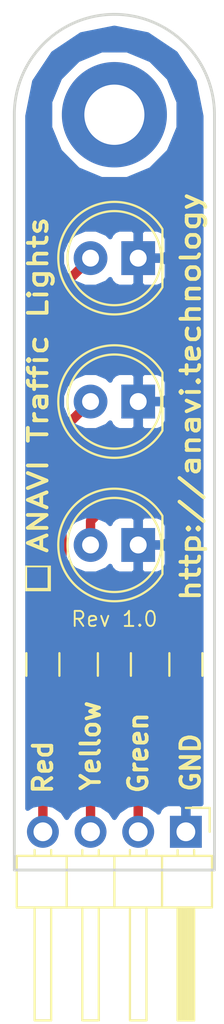
<source format=kicad_pcb>
(kicad_pcb (version 4) (host pcbnew 4.0.6+dfsg1-1)

  (general
    (links 9)
    (no_connects 0)
    (area 134.121714 57.404 163.058286 112.079001)
    (thickness 1.6)
    (drawings 12)
    (tracks 16)
    (zones 0)
    (modules 9)
    (nets 8)
  )

  (page A4)
  (layers
    (0 F.Cu signal)
    (31 B.Cu signal)
    (32 B.Adhes user)
    (33 F.Adhes user)
    (34 B.Paste user)
    (35 F.Paste user)
    (36 B.SilkS user)
    (37 F.SilkS user)
    (38 B.Mask user)
    (39 F.Mask user)
    (40 Dwgs.User user)
    (41 Cmts.User user)
    (42 Eco1.User user)
    (43 Eco2.User user)
    (44 Edge.Cuts user)
    (45 Margin user)
    (46 B.CrtYd user)
    (47 F.CrtYd user)
    (48 B.Fab user)
    (49 F.Fab user)
  )

  (setup
    (last_trace_width 0.5)
    (trace_clearance 0.254)
    (zone_clearance 0.508)
    (zone_45_only no)
    (trace_min 0.2)
    (segment_width 0.2)
    (edge_width 0.15)
    (via_size 0.85)
    (via_drill 0.4)
    (via_min_size 0.4)
    (via_min_drill 0.3)
    (uvia_size 0.35)
    (uvia_drill 0.1)
    (uvias_allowed no)
    (uvia_min_size 0.2)
    (uvia_min_drill 0.1)
    (pcb_text_width 0.3)
    (pcb_text_size 1.5 1.5)
    (mod_edge_width 0.15)
    (mod_text_size 1 1)
    (mod_text_width 0.15)
    (pad_size 1.524 1.524)
    (pad_drill 0.762)
    (pad_to_mask_clearance 0.2)
    (aux_axis_origin 0 0)
    (visible_elements FFFFFF7F)
    (pcbplotparams
      (layerselection 0x010f0_80000001)
      (usegerberextensions true)
      (excludeedgelayer true)
      (linewidth 1.000000)
      (plotframeref false)
      (viasonmask false)
      (mode 1)
      (useauxorigin false)
      (hpglpennumber 1)
      (hpglpenspeed 20)
      (hpglpendiameter 15)
      (hpglpenoverlay 2)
      (psnegative false)
      (psa4output false)
      (plotreference true)
      (plotvalue true)
      (plotinvisibletext false)
      (padsonsilk false)
      (subtractmaskfromsilk false)
      (outputformat 1)
      (mirror false)
      (drillshape 0)
      (scaleselection 1)
      (outputdirectory plots/))
  )

  (net 0 "")
  (net 1 GND)
  (net 2 "Net-(D1-Pad2)")
  (net 3 "Net-(D2-Pad2)")
  (net 4 "Net-(D3-Pad2)")
  (net 5 "Net-(J1-Pad2)")
  (net 6 "Net-(J1-Pad3)")
  (net 7 "Net-(J1-Pad4)")

  (net_class Default "This is the default net class."
    (clearance 0.254)
    (trace_width 0.5)
    (via_dia 0.85)
    (via_drill 0.4)
    (uvia_dia 0.35)
    (uvia_drill 0.1)
    (add_net GND)
    (add_net "Net-(D1-Pad2)")
    (add_net "Net-(D2-Pad2)")
    (add_net "Net-(D3-Pad2)")
    (add_net "Net-(J1-Pad2)")
    (add_net "Net-(J1-Pad3)")
    (add_net "Net-(J1-Pad4)")
  )

  (module LEDs:LED_D5.0mm (layer F.Cu) (tedit 5B13E2BA) (tstamp 5B16956F)
    (at 149.86 78.74 180)
    (descr "LED, diameter 5.0mm, 2 pins, http://cdn-reichelt.de/documents/datenblatt/A500/LL-504BC2E-009.pdf")
    (tags "LED diameter 5.0mm 2 pins")
    (path /5B13D81A)
    (fp_text reference D2 (at 1.27 -3.96 180) (layer F.SilkS) hide
      (effects (font (size 1 1) (thickness 0.15)))
    )
    (fp_text value LED (at 1.27 3.96 180) (layer F.Fab)
      (effects (font (size 1 1) (thickness 0.15)))
    )
    (fp_arc (start 1.27 0) (end -1.23 -1.469694) (angle 299.1) (layer F.Fab) (width 0.1))
    (fp_arc (start 1.27 0) (end -1.29 -1.54483) (angle 148.9) (layer F.SilkS) (width 0.12))
    (fp_arc (start 1.27 0) (end -1.29 1.54483) (angle -148.9) (layer F.SilkS) (width 0.12))
    (fp_circle (center 1.27 0) (end 3.77 0) (layer F.Fab) (width 0.1))
    (fp_circle (center 1.27 0) (end 3.77 0) (layer F.SilkS) (width 0.12))
    (fp_line (start -1.23 -1.469694) (end -1.23 1.469694) (layer F.Fab) (width 0.1))
    (fp_line (start -1.29 -1.545) (end -1.29 1.545) (layer F.SilkS) (width 0.12))
    (fp_line (start -1.95 -3.25) (end -1.95 3.25) (layer F.CrtYd) (width 0.05))
    (fp_line (start -1.95 3.25) (end 4.5 3.25) (layer F.CrtYd) (width 0.05))
    (fp_line (start 4.5 3.25) (end 4.5 -3.25) (layer F.CrtYd) (width 0.05))
    (fp_line (start 4.5 -3.25) (end -1.95 -3.25) (layer F.CrtYd) (width 0.05))
    (pad 1 thru_hole rect (at 0 0 180) (size 1.8 1.8) (drill 0.9) (layers *.Cu *.Mask)
      (net 1 GND))
    (pad 2 thru_hole circle (at 2.54 0 180) (size 1.8 1.8) (drill 0.9) (layers *.Cu *.Mask)
      (net 3 "Net-(D2-Pad2)"))
    (model LEDs.3dshapes/LED_D5.0mm.wrl
      (at (xyz 0 0 0))
      (scale (xyz 0.393701 0.393701 0.393701))
      (rotate (xyz 0 0 0))
    )
  )

  (module LEDs:LED_D5.0mm (layer F.Cu) (tedit 5B13E2BD) (tstamp 5B16955E)
    (at 149.86 71.12 180)
    (descr "LED, diameter 5.0mm, 2 pins, http://cdn-reichelt.de/documents/datenblatt/A500/LL-504BC2E-009.pdf")
    (tags "LED diameter 5.0mm 2 pins")
    (path /5B13D7D1)
    (fp_text reference D1 (at 1.27 -3.96 180) (layer F.SilkS) hide
      (effects (font (size 1 1) (thickness 0.15)))
    )
    (fp_text value LED (at 1.27 3.96 180) (layer F.Fab)
      (effects (font (size 1 1) (thickness 0.15)))
    )
    (fp_arc (start 1.27 0) (end -1.23 -1.469694) (angle 299.1) (layer F.Fab) (width 0.1))
    (fp_arc (start 1.27 0) (end -1.29 -1.54483) (angle 148.9) (layer F.SilkS) (width 0.12))
    (fp_arc (start 1.27 0) (end -1.29 1.54483) (angle -148.9) (layer F.SilkS) (width 0.12))
    (fp_circle (center 1.27 0) (end 3.77 0) (layer F.Fab) (width 0.1))
    (fp_circle (center 1.27 0) (end 3.77 0) (layer F.SilkS) (width 0.12))
    (fp_line (start -1.23 -1.469694) (end -1.23 1.469694) (layer F.Fab) (width 0.1))
    (fp_line (start -1.29 -1.545) (end -1.29 1.545) (layer F.SilkS) (width 0.12))
    (fp_line (start -1.95 -3.25) (end -1.95 3.25) (layer F.CrtYd) (width 0.05))
    (fp_line (start -1.95 3.25) (end 4.5 3.25) (layer F.CrtYd) (width 0.05))
    (fp_line (start 4.5 3.25) (end 4.5 -3.25) (layer F.CrtYd) (width 0.05))
    (fp_line (start 4.5 -3.25) (end -1.95 -3.25) (layer F.CrtYd) (width 0.05))
    (pad 1 thru_hole rect (at 0 0 180) (size 1.8 1.8) (drill 0.9) (layers *.Cu *.Mask)
      (net 1 GND))
    (pad 2 thru_hole circle (at 2.54 0 180) (size 1.8 1.8) (drill 0.9) (layers *.Cu *.Mask)
      (net 2 "Net-(D1-Pad2)"))
    (model LEDs.3dshapes/LED_D5.0mm.wrl
      (at (xyz 0 0 0))
      (scale (xyz 0.393701 0.393701 0.393701))
      (rotate (xyz 0 0 0))
    )
  )

  (module LEDs:LED_D5.0mm (layer F.Cu) (tedit 5B13E2B6) (tstamp 5B169580)
    (at 149.86 86.36 180)
    (descr "LED, diameter 5.0mm, 2 pins, http://cdn-reichelt.de/documents/datenblatt/A500/LL-504BC2E-009.pdf")
    (tags "LED diameter 5.0mm 2 pins")
    (path /5B13D84F)
    (fp_text reference D3 (at 1.27 -3.96 180) (layer F.SilkS) hide
      (effects (font (size 1 1) (thickness 0.15)))
    )
    (fp_text value LED (at 1.27 3.96 180) (layer F.Fab)
      (effects (font (size 1 1) (thickness 0.15)))
    )
    (fp_arc (start 1.27 0) (end -1.23 -1.469694) (angle 299.1) (layer F.Fab) (width 0.1))
    (fp_arc (start 1.27 0) (end -1.29 -1.54483) (angle 148.9) (layer F.SilkS) (width 0.12))
    (fp_arc (start 1.27 0) (end -1.29 1.54483) (angle -148.9) (layer F.SilkS) (width 0.12))
    (fp_circle (center 1.27 0) (end 3.77 0) (layer F.Fab) (width 0.1))
    (fp_circle (center 1.27 0) (end 3.77 0) (layer F.SilkS) (width 0.12))
    (fp_line (start -1.23 -1.469694) (end -1.23 1.469694) (layer F.Fab) (width 0.1))
    (fp_line (start -1.29 -1.545) (end -1.29 1.545) (layer F.SilkS) (width 0.12))
    (fp_line (start -1.95 -3.25) (end -1.95 3.25) (layer F.CrtYd) (width 0.05))
    (fp_line (start -1.95 3.25) (end 4.5 3.25) (layer F.CrtYd) (width 0.05))
    (fp_line (start 4.5 3.25) (end 4.5 -3.25) (layer F.CrtYd) (width 0.05))
    (fp_line (start 4.5 -3.25) (end -1.95 -3.25) (layer F.CrtYd) (width 0.05))
    (pad 1 thru_hole rect (at 0 0 180) (size 1.8 1.8) (drill 0.9) (layers *.Cu *.Mask)
      (net 1 GND))
    (pad 2 thru_hole circle (at 2.54 0 180) (size 1.8 1.8) (drill 0.9) (layers *.Cu *.Mask)
      (net 4 "Net-(D3-Pad2)"))
    (model LEDs.3dshapes/LED_D5.0mm.wrl
      (at (xyz 0 0 0))
      (scale (xyz 0.393701 0.393701 0.393701))
      (rotate (xyz 0 0 0))
    )
  )

  (module Pin_Headers:Pin_Header_Angled_1x04_Pitch2.54mm (layer F.Cu) (tedit 5B13E3B5) (tstamp 5B1695DD)
    (at 152.4 101.6 270)
    (descr "Through hole angled pin header, 1x04, 2.54mm pitch, 6mm pin length, single row")
    (tags "Through hole angled pin header THT 1x04 2.54mm single row")
    (path /5B13D8AA)
    (fp_text reference J1 (at 4.315 -2.27 270) (layer F.SilkS) hide
      (effects (font (size 1 1) (thickness 0.15)))
    )
    (fp_text value CONN_01X04 (at 4.315 9.89 270) (layer F.Fab) hide
      (effects (font (size 1 1) (thickness 0.15)))
    )
    (fp_line (start 1.4 -1.27) (end 1.4 1.27) (layer F.Fab) (width 0.1))
    (fp_line (start 1.4 1.27) (end 3.9 1.27) (layer F.Fab) (width 0.1))
    (fp_line (start 3.9 1.27) (end 3.9 -1.27) (layer F.Fab) (width 0.1))
    (fp_line (start 3.9 -1.27) (end 1.4 -1.27) (layer F.Fab) (width 0.1))
    (fp_line (start 0 -0.32) (end 0 0.32) (layer F.Fab) (width 0.1))
    (fp_line (start 0 0.32) (end 9.9 0.32) (layer F.Fab) (width 0.1))
    (fp_line (start 9.9 0.32) (end 9.9 -0.32) (layer F.Fab) (width 0.1))
    (fp_line (start 9.9 -0.32) (end 0 -0.32) (layer F.Fab) (width 0.1))
    (fp_line (start 1.4 1.27) (end 1.4 3.81) (layer F.Fab) (width 0.1))
    (fp_line (start 1.4 3.81) (end 3.9 3.81) (layer F.Fab) (width 0.1))
    (fp_line (start 3.9 3.81) (end 3.9 1.27) (layer F.Fab) (width 0.1))
    (fp_line (start 3.9 1.27) (end 1.4 1.27) (layer F.Fab) (width 0.1))
    (fp_line (start 0 2.22) (end 0 2.86) (layer F.Fab) (width 0.1))
    (fp_line (start 0 2.86) (end 9.9 2.86) (layer F.Fab) (width 0.1))
    (fp_line (start 9.9 2.86) (end 9.9 2.22) (layer F.Fab) (width 0.1))
    (fp_line (start 9.9 2.22) (end 0 2.22) (layer F.Fab) (width 0.1))
    (fp_line (start 1.4 3.81) (end 1.4 6.35) (layer F.Fab) (width 0.1))
    (fp_line (start 1.4 6.35) (end 3.9 6.35) (layer F.Fab) (width 0.1))
    (fp_line (start 3.9 6.35) (end 3.9 3.81) (layer F.Fab) (width 0.1))
    (fp_line (start 3.9 3.81) (end 1.4 3.81) (layer F.Fab) (width 0.1))
    (fp_line (start 0 4.76) (end 0 5.4) (layer F.Fab) (width 0.1))
    (fp_line (start 0 5.4) (end 9.9 5.4) (layer F.Fab) (width 0.1))
    (fp_line (start 9.9 5.4) (end 9.9 4.76) (layer F.Fab) (width 0.1))
    (fp_line (start 9.9 4.76) (end 0 4.76) (layer F.Fab) (width 0.1))
    (fp_line (start 1.4 6.35) (end 1.4 8.89) (layer F.Fab) (width 0.1))
    (fp_line (start 1.4 8.89) (end 3.9 8.89) (layer F.Fab) (width 0.1))
    (fp_line (start 3.9 8.89) (end 3.9 6.35) (layer F.Fab) (width 0.1))
    (fp_line (start 3.9 6.35) (end 1.4 6.35) (layer F.Fab) (width 0.1))
    (fp_line (start 0 7.3) (end 0 7.94) (layer F.Fab) (width 0.1))
    (fp_line (start 0 7.94) (end 9.9 7.94) (layer F.Fab) (width 0.1))
    (fp_line (start 9.9 7.94) (end 9.9 7.3) (layer F.Fab) (width 0.1))
    (fp_line (start 9.9 7.3) (end 0 7.3) (layer F.Fab) (width 0.1))
    (fp_line (start 1.28 -1.39) (end 1.28 1.27) (layer F.SilkS) (width 0.12))
    (fp_line (start 1.28 1.27) (end 4.02 1.27) (layer F.SilkS) (width 0.12))
    (fp_line (start 4.02 1.27) (end 4.02 -1.39) (layer F.SilkS) (width 0.12))
    (fp_line (start 4.02 -1.39) (end 1.28 -1.39) (layer F.SilkS) (width 0.12))
    (fp_line (start 4.02 -0.44) (end 4.02 0.44) (layer F.SilkS) (width 0.12))
    (fp_line (start 4.02 0.44) (end 10.02 0.44) (layer F.SilkS) (width 0.12))
    (fp_line (start 10.02 0.44) (end 10.02 -0.44) (layer F.SilkS) (width 0.12))
    (fp_line (start 10.02 -0.44) (end 4.02 -0.44) (layer F.SilkS) (width 0.12))
    (fp_line (start 0.97 -0.44) (end 1.28 -0.44) (layer F.SilkS) (width 0.12))
    (fp_line (start 0.97 0.44) (end 1.28 0.44) (layer F.SilkS) (width 0.12))
    (fp_line (start 4.02 -0.32) (end 10.02 -0.32) (layer F.SilkS) (width 0.12))
    (fp_line (start 4.02 -0.2) (end 10.02 -0.2) (layer F.SilkS) (width 0.12))
    (fp_line (start 4.02 -0.08) (end 10.02 -0.08) (layer F.SilkS) (width 0.12))
    (fp_line (start 4.02 0.04) (end 10.02 0.04) (layer F.SilkS) (width 0.12))
    (fp_line (start 4.02 0.16) (end 10.02 0.16) (layer F.SilkS) (width 0.12))
    (fp_line (start 4.02 0.28) (end 10.02 0.28) (layer F.SilkS) (width 0.12))
    (fp_line (start 4.02 0.4) (end 10.02 0.4) (layer F.SilkS) (width 0.12))
    (fp_line (start 1.28 1.27) (end 1.28 3.81) (layer F.SilkS) (width 0.12))
    (fp_line (start 1.28 3.81) (end 4.02 3.81) (layer F.SilkS) (width 0.12))
    (fp_line (start 4.02 3.81) (end 4.02 1.27) (layer F.SilkS) (width 0.12))
    (fp_line (start 4.02 1.27) (end 1.28 1.27) (layer F.SilkS) (width 0.12))
    (fp_line (start 4.02 2.1) (end 4.02 2.98) (layer F.SilkS) (width 0.12))
    (fp_line (start 4.02 2.98) (end 10.02 2.98) (layer F.SilkS) (width 0.12))
    (fp_line (start 10.02 2.98) (end 10.02 2.1) (layer F.SilkS) (width 0.12))
    (fp_line (start 10.02 2.1) (end 4.02 2.1) (layer F.SilkS) (width 0.12))
    (fp_line (start 0.97 2.1) (end 1.28 2.1) (layer F.SilkS) (width 0.12))
    (fp_line (start 0.97 2.98) (end 1.28 2.98) (layer F.SilkS) (width 0.12))
    (fp_line (start 1.28 3.81) (end 1.28 6.35) (layer F.SilkS) (width 0.12))
    (fp_line (start 1.28 6.35) (end 4.02 6.35) (layer F.SilkS) (width 0.12))
    (fp_line (start 4.02 6.35) (end 4.02 3.81) (layer F.SilkS) (width 0.12))
    (fp_line (start 4.02 3.81) (end 1.28 3.81) (layer F.SilkS) (width 0.12))
    (fp_line (start 4.02 4.64) (end 4.02 5.52) (layer F.SilkS) (width 0.12))
    (fp_line (start 4.02 5.52) (end 10.02 5.52) (layer F.SilkS) (width 0.12))
    (fp_line (start 10.02 5.52) (end 10.02 4.64) (layer F.SilkS) (width 0.12))
    (fp_line (start 10.02 4.64) (end 4.02 4.64) (layer F.SilkS) (width 0.12))
    (fp_line (start 0.97 4.64) (end 1.28 4.64) (layer F.SilkS) (width 0.12))
    (fp_line (start 0.97 5.52) (end 1.28 5.52) (layer F.SilkS) (width 0.12))
    (fp_line (start 1.28 6.35) (end 1.28 9.01) (layer F.SilkS) (width 0.12))
    (fp_line (start 1.28 9.01) (end 4.02 9.01) (layer F.SilkS) (width 0.12))
    (fp_line (start 4.02 9.01) (end 4.02 6.35) (layer F.SilkS) (width 0.12))
    (fp_line (start 4.02 6.35) (end 1.28 6.35) (layer F.SilkS) (width 0.12))
    (fp_line (start 4.02 7.18) (end 4.02 8.06) (layer F.SilkS) (width 0.12))
    (fp_line (start 4.02 8.06) (end 10.02 8.06) (layer F.SilkS) (width 0.12))
    (fp_line (start 10.02 8.06) (end 10.02 7.18) (layer F.SilkS) (width 0.12))
    (fp_line (start 10.02 7.18) (end 4.02 7.18) (layer F.SilkS) (width 0.12))
    (fp_line (start 0.97 7.18) (end 1.28 7.18) (layer F.SilkS) (width 0.12))
    (fp_line (start 0.97 8.06) (end 1.28 8.06) (layer F.SilkS) (width 0.12))
    (fp_line (start -1.27 0) (end -1.27 -1.27) (layer F.SilkS) (width 0.12))
    (fp_line (start -1.27 -1.27) (end 0 -1.27) (layer F.SilkS) (width 0.12))
    (fp_line (start -1.6 -1.6) (end -1.6 9.2) (layer F.CrtYd) (width 0.05))
    (fp_line (start -1.6 9.2) (end 10.2 9.2) (layer F.CrtYd) (width 0.05))
    (fp_line (start 10.2 9.2) (end 10.2 -1.6) (layer F.CrtYd) (width 0.05))
    (fp_line (start 10.2 -1.6) (end -1.6 -1.6) (layer F.CrtYd) (width 0.05))
    (pad 1 thru_hole rect (at 0 0 270) (size 1.7 1.7) (drill 1) (layers *.Cu *.Mask)
      (net 1 GND))
    (pad 2 thru_hole oval (at 0 2.54 270) (size 1.7 1.7) (drill 1) (layers *.Cu *.Mask)
      (net 5 "Net-(J1-Pad2)"))
    (pad 3 thru_hole oval (at 0 5.08 270) (size 1.7 1.7) (drill 1) (layers *.Cu *.Mask)
      (net 6 "Net-(J1-Pad3)"))
    (pad 4 thru_hole oval (at 0 7.62 270) (size 1.7 1.7) (drill 1) (layers *.Cu *.Mask)
      (net 7 "Net-(J1-Pad4)"))
    (model Pin_Headers.3dshapes/Pin_Header_Angled_1x04_Pitch2.54mm.wrl
      (at (xyz 0 -0.15 0))
      (scale (xyz 1 1 1))
      (rotate (xyz 0 0 90))
    )
  )

  (module Resistors_SMD:R_0805 (layer F.Cu) (tedit 5B13EE15) (tstamp 5B1695EE)
    (at 144.78 92.71 270)
    (descr "Resistor SMD 0805, reflow soldering, Vishay (see dcrcw.pdf)")
    (tags "resistor 0805")
    (path /5B13DEE0)
    (attr smd)
    (fp_text reference R1 (at 0 -1.65 270) (layer F.SilkS) hide
      (effects (font (size 1 1) (thickness 0.15)))
    )
    (fp_text value R (at 0 1.75 270) (layer F.Fab) hide
      (effects (font (size 1 1) (thickness 0.15)))
    )
    (fp_text user %R (at 0 -1.65 270) (layer F.SilkS) hide
      (effects (font (size 1 1) (thickness 0.15)))
    )
    (fp_line (start -1 0.62) (end -1 -0.62) (layer F.Fab) (width 0.1))
    (fp_line (start 1 0.62) (end -1 0.62) (layer F.Fab) (width 0.1))
    (fp_line (start 1 -0.62) (end 1 0.62) (layer F.Fab) (width 0.1))
    (fp_line (start -1 -0.62) (end 1 -0.62) (layer F.Fab) (width 0.1))
    (fp_line (start 0.6 0.88) (end -0.6 0.88) (layer F.SilkS) (width 0.12))
    (fp_line (start -0.6 -0.88) (end 0.6 -0.88) (layer F.SilkS) (width 0.12))
    (fp_line (start -1.55 -0.9) (end 1.55 -0.9) (layer F.CrtYd) (width 0.05))
    (fp_line (start -1.55 -0.9) (end -1.55 0.9) (layer F.CrtYd) (width 0.05))
    (fp_line (start 1.55 0.9) (end 1.55 -0.9) (layer F.CrtYd) (width 0.05))
    (fp_line (start 1.55 0.9) (end -1.55 0.9) (layer F.CrtYd) (width 0.05))
    (pad 1 smd rect (at -0.95 0 270) (size 0.7 1.3) (layers F.Cu F.Paste F.Mask)
      (net 2 "Net-(D1-Pad2)"))
    (pad 2 smd rect (at 0.95 0 270) (size 0.7 1.3) (layers F.Cu F.Paste F.Mask)
      (net 7 "Net-(J1-Pad4)"))
    (model Resistors_SMD.3dshapes/R_0805.wrl
      (at (xyz 0 0 0))
      (scale (xyz 1 1 1))
      (rotate (xyz 0 0 0))
    )
  )

  (module Resistors_SMD:R_0805 (layer F.Cu) (tedit 5B13EE0C) (tstamp 5B1695FF)
    (at 148.59 92.71 270)
    (descr "Resistor SMD 0805, reflow soldering, Vishay (see dcrcw.pdf)")
    (tags "resistor 0805")
    (path /5B13DF33)
    (attr smd)
    (fp_text reference R2 (at 0 -1.65 270) (layer F.SilkS) hide
      (effects (font (size 1 1) (thickness 0.15)))
    )
    (fp_text value R (at 0 1.75 270) (layer F.Fab) hide
      (effects (font (size 1 1) (thickness 0.15)))
    )
    (fp_text user %R (at 0 -1.65 270) (layer F.Fab) hide
      (effects (font (size 1 1) (thickness 0.15)))
    )
    (fp_line (start -1 0.62) (end -1 -0.62) (layer F.Fab) (width 0.1))
    (fp_line (start 1 0.62) (end -1 0.62) (layer F.Fab) (width 0.1))
    (fp_line (start 1 -0.62) (end 1 0.62) (layer F.Fab) (width 0.1))
    (fp_line (start -1 -0.62) (end 1 -0.62) (layer F.Fab) (width 0.1))
    (fp_line (start 0.6 0.88) (end -0.6 0.88) (layer F.SilkS) (width 0.12))
    (fp_line (start -0.6 -0.88) (end 0.6 -0.88) (layer F.SilkS) (width 0.12))
    (fp_line (start -1.55 -0.9) (end 1.55 -0.9) (layer F.CrtYd) (width 0.05))
    (fp_line (start -1.55 -0.9) (end -1.55 0.9) (layer F.CrtYd) (width 0.05))
    (fp_line (start 1.55 0.9) (end 1.55 -0.9) (layer F.CrtYd) (width 0.05))
    (fp_line (start 1.55 0.9) (end -1.55 0.9) (layer F.CrtYd) (width 0.05))
    (pad 1 smd rect (at -0.95 0 270) (size 0.7 1.3) (layers F.Cu F.Paste F.Mask)
      (net 3 "Net-(D2-Pad2)"))
    (pad 2 smd rect (at 0.95 0 270) (size 0.7 1.3) (layers F.Cu F.Paste F.Mask)
      (net 6 "Net-(J1-Pad3)"))
    (model Resistors_SMD.3dshapes/R_0805.wrl
      (at (xyz 0 0 0))
      (scale (xyz 1 1 1))
      (rotate (xyz 0 0 0))
    )
  )

  (module Resistors_SMD:R_0805 (layer F.Cu) (tedit 5B13EE1E) (tstamp 5B169610)
    (at 152.4 92.71 270)
    (descr "Resistor SMD 0805, reflow soldering, Vishay (see dcrcw.pdf)")
    (tags "resistor 0805")
    (path /5B13DFAA)
    (attr smd)
    (fp_text reference R3 (at 0 -1.65 270) (layer F.SilkS) hide
      (effects (font (size 1 1) (thickness 0.15)))
    )
    (fp_text value R (at 0 1.75 270) (layer F.Fab) hide
      (effects (font (size 1 1) (thickness 0.15)))
    )
    (fp_text user %R (at 0 -1.65 270) (layer F.Fab) hide
      (effects (font (size 1 1) (thickness 0.15)))
    )
    (fp_line (start -1 0.62) (end -1 -0.62) (layer F.Fab) (width 0.1))
    (fp_line (start 1 0.62) (end -1 0.62) (layer F.Fab) (width 0.1))
    (fp_line (start 1 -0.62) (end 1 0.62) (layer F.Fab) (width 0.1))
    (fp_line (start -1 -0.62) (end 1 -0.62) (layer F.Fab) (width 0.1))
    (fp_line (start 0.6 0.88) (end -0.6 0.88) (layer F.SilkS) (width 0.12))
    (fp_line (start -0.6 -0.88) (end 0.6 -0.88) (layer F.SilkS) (width 0.12))
    (fp_line (start -1.55 -0.9) (end 1.55 -0.9) (layer F.CrtYd) (width 0.05))
    (fp_line (start -1.55 -0.9) (end -1.55 0.9) (layer F.CrtYd) (width 0.05))
    (fp_line (start 1.55 0.9) (end 1.55 -0.9) (layer F.CrtYd) (width 0.05))
    (fp_line (start 1.55 0.9) (end -1.55 0.9) (layer F.CrtYd) (width 0.05))
    (pad 1 smd rect (at -0.95 0 270) (size 0.7 1.3) (layers F.Cu F.Paste F.Mask)
      (net 4 "Net-(D3-Pad2)"))
    (pad 2 smd rect (at 0.95 0 270) (size 0.7 1.3) (layers F.Cu F.Paste F.Mask)
      (net 5 "Net-(J1-Pad2)"))
    (model Resistors_SMD.3dshapes/R_0805.wrl
      (at (xyz 0 0 0))
      (scale (xyz 1 1 1))
      (rotate (xyz 0 0 0))
    )
  )

  (module Mounting_Holes:MountingHole_3.2mm_M3_DIN965_Pad (layer F.Cu) (tedit 5B13E2AC) (tstamp 5B24605B)
    (at 148.59 63.5)
    (descr "Mounting Hole 3.2mm, M3, DIN965")
    (tags "mounting hole 3.2mm m3 din965")
    (fp_text reference REF** (at 0 -3.8) (layer F.SilkS) hide
      (effects (font (size 1 1) (thickness 0.15)))
    )
    (fp_text value MountingHole_3.2mm_M3_DIN965_Pad (at 0 3.8) (layer F.Fab) hide
      (effects (font (size 1 1) (thickness 0.15)))
    )
    (fp_circle (center 0 0) (end 2.8 0) (layer Cmts.User) (width 0.15))
    (fp_circle (center 0 0) (end 3.05 0) (layer F.CrtYd) (width 0.05))
    (pad 1 thru_hole circle (at 0 0) (size 5.6 5.6) (drill 3.2) (layers *.Cu *.Mask))
  )

  (module logo:anavi-logo (layer F.Cu) (tedit 0) (tstamp 5B1AE6FA)
    (at 144.526 88.138 90)
    (fp_text reference G*** (at 0 0 90) (layer F.SilkS) hide
      (effects (font (thickness 0.3)))
    )
    (fp_text value LOGO (at 0.75 0 90) (layer F.SilkS) hide
      (effects (font (thickness 0.3)))
    )
    (fp_poly (pts (xy 0.677334 0.677334) (xy -0.677333 0.677334) (xy -0.677333 -0.592666) (xy -0.508 -0.592666)
      (xy -0.508 0.508) (xy 0.592667 0.508) (xy 0.592667 -0.592666) (xy -0.508 -0.592666)
      (xy -0.677333 -0.592666) (xy -0.677333 -0.677333) (xy 0.677334 -0.677333) (xy 0.677334 0.677334)) (layer F.SilkS) (width 0.01))
  )

  (gr_text "Rev 1.0" (at 148.59 90.297) (layer F.SilkS)
    (effects (font (size 0.8 0.8) (thickness 0.1)))
  )
  (gr_arc (start 148.59 63.5) (end 143.256 63.5) (angle 90) (layer Edge.Cuts) (width 0.15))
  (gr_arc (start 148.59 63.5) (end 148.59 58.166) (angle 90) (layer Edge.Cuts) (width 0.15))
  (gr_line (start 153.924 103.632) (end 153.924 63.5) (angle 90) (layer Edge.Cuts) (width 0.15))
  (gr_line (start 143.256 103.632) (end 143.256 63.5) (angle 90) (layer Edge.Cuts) (width 0.15))
  (gr_line (start 143.256 103.632) (end 153.924 103.632) (angle 90) (layer Edge.Cuts) (width 0.15))
  (gr_text http://anavi.technology (at 152.654 78.486 90) (layer F.SilkS)
    (effects (font (size 1 1.2) (thickness 0.2)))
  )
  (gr_text "ANAVI Traffic Lights" (at 144.526 77.851 90) (layer F.SilkS)
    (effects (font (size 1 1.2) (thickness 0.2)))
  )
  (gr_text GND (at 152.654 97.917 90) (layer F.SilkS)
    (effects (font (size 1 1) (thickness 0.2)))
  )
  (gr_text Green (at 149.86 97.409 90) (layer F.SilkS)
    (effects (font (size 1 1) (thickness 0.2)))
  )
  (gr_text Yellow (at 147.32 97.028 90) (layer F.SilkS)
    (effects (font (size 1 1) (thickness 0.2)))
  )
  (gr_text Red (at 144.78 98.171 90) (layer F.SilkS)
    (effects (font (size 1 1) (thickness 0.2)))
  )

  (segment (start 144.78 91.76) (end 144.78 73.66) (width 0.5) (layer F.Cu) (net 2))
  (segment (start 144.78 73.66) (end 147.32 71.12) (width 0.5) (layer F.Cu) (net 2) (tstamp 5B2462FC))
  (segment (start 148.59 91.76) (end 148.59 90.424) (width 0.5) (layer F.Cu) (net 3))
  (segment (start 145.796 80.264) (end 147.32 78.74) (width 0.5) (layer F.Cu) (net 3) (tstamp 5B2462F1))
  (segment (start 145.796 87.63) (end 145.796 80.264) (width 0.5) (layer F.Cu) (net 3) (tstamp 5B2462EF))
  (segment (start 148.59 90.424) (end 145.796 87.63) (width 0.5) (layer F.Cu) (net 3) (tstamp 5B2462EE))
  (segment (start 147.32 86.36) (end 147.32 85.09) (width 0.5) (layer F.Cu) (net 4))
  (segment (start 152.4 85.598) (end 152.4 91.76) (width 0.5) (layer F.Cu) (net 4) (tstamp 5B2462EB))
  (segment (start 150.876 84.074) (end 152.4 85.598) (width 0.5) (layer F.Cu) (net 4) (tstamp 5B2462EA))
  (segment (start 148.336 84.074) (end 150.876 84.074) (width 0.5) (layer F.Cu) (net 4) (tstamp 5B2462E9))
  (segment (start 147.32 85.09) (end 148.336 84.074) (width 0.5) (layer F.Cu) (net 4) (tstamp 5B2462E8))
  (segment (start 149.86 101.6) (end 149.86 96.2) (width 0.5) (layer F.Cu) (net 5))
  (segment (start 149.86 96.2) (end 152.4 93.66) (width 0.5) (layer F.Cu) (net 5) (tstamp 5B24614B))
  (segment (start 147.32 101.6) (end 147.32 94.93) (width 0.5) (layer F.Cu) (net 6))
  (segment (start 147.32 94.93) (end 148.59 93.66) (width 0.5) (layer F.Cu) (net 6) (tstamp 5B246148))
  (segment (start 144.78 101.6) (end 144.78 93.66) (width 0.5) (layer F.Cu) (net 7))

  (zone (net 1) (net_name GND) (layer B.Cu) (tstamp 5B24632E) (hatch edge 0.508)
    (connect_pads (clearance 0.508))
    (min_thickness 0.254)
    (fill yes (arc_segments 16) (thermal_gap 0.508) (thermal_bridge_width 0.508))
    (polygon
      (pts
        (xy 154.432 106.426) (xy 142.494 106.426) (xy 142.494 57.404) (xy 154.432 57.404)
      )
    )
    (filled_polygon
      (pts
        (xy 150.354203 59.240832) (xy 151.849825 60.240173) (xy 152.849167 61.735796) (xy 153.214 63.569931) (xy 153.214 100.115)
        (xy 152.68575 100.115) (xy 152.527 100.27375) (xy 152.527 101.473) (xy 152.547 101.473) (xy 152.547 101.727)
        (xy 152.527 101.727) (xy 152.527 101.747) (xy 152.273 101.747) (xy 152.273 101.727) (xy 152.253 101.727)
        (xy 152.253 101.473) (xy 152.273 101.473) (xy 152.273 100.27375) (xy 152.11425 100.115) (xy 151.42369 100.115)
        (xy 151.190301 100.211673) (xy 151.011673 100.390302) (xy 150.939403 100.564777) (xy 150.910054 100.520853) (xy 150.428285 100.198946)
        (xy 149.86 100.085907) (xy 149.291715 100.198946) (xy 148.809946 100.520853) (xy 148.59 100.850026) (xy 148.370054 100.520853)
        (xy 147.888285 100.198946) (xy 147.32 100.085907) (xy 146.751715 100.198946) (xy 146.269946 100.520853) (xy 146.05 100.850026)
        (xy 145.830054 100.520853) (xy 145.348285 100.198946) (xy 144.78 100.085907) (xy 144.211715 100.198946) (xy 143.966 100.363127)
        (xy 143.966 86.663991) (xy 145.784735 86.663991) (xy 146.017932 87.228371) (xy 146.449357 87.660551) (xy 147.01333 87.894733)
        (xy 147.623991 87.895265) (xy 148.188371 87.662068) (xy 148.365841 87.484908) (xy 148.421673 87.619699) (xy 148.600302 87.798327)
        (xy 148.833691 87.895) (xy 149.57425 87.895) (xy 149.733 87.73625) (xy 149.733 86.487) (xy 149.987 86.487)
        (xy 149.987 87.73625) (xy 150.14575 87.895) (xy 150.886309 87.895) (xy 151.119698 87.798327) (xy 151.298327 87.619699)
        (xy 151.395 87.38631) (xy 151.395 86.64575) (xy 151.23625 86.487) (xy 149.987 86.487) (xy 149.733 86.487)
        (xy 149.713 86.487) (xy 149.713 86.233) (xy 149.733 86.233) (xy 149.733 84.98375) (xy 149.987 84.98375)
        (xy 149.987 86.233) (xy 151.23625 86.233) (xy 151.395 86.07425) (xy 151.395 85.33369) (xy 151.298327 85.100301)
        (xy 151.119698 84.921673) (xy 150.886309 84.825) (xy 150.14575 84.825) (xy 149.987 84.98375) (xy 149.733 84.98375)
        (xy 149.57425 84.825) (xy 148.833691 84.825) (xy 148.600302 84.921673) (xy 148.421673 85.100301) (xy 148.365881 85.234994)
        (xy 148.190643 85.059449) (xy 147.62667 84.825267) (xy 147.016009 84.824735) (xy 146.451629 85.057932) (xy 146.019449 85.489357)
        (xy 145.785267 86.05333) (xy 145.784735 86.663991) (xy 143.966 86.663991) (xy 143.966 79.043991) (xy 145.784735 79.043991)
        (xy 146.017932 79.608371) (xy 146.449357 80.040551) (xy 147.01333 80.274733) (xy 147.623991 80.275265) (xy 148.188371 80.042068)
        (xy 148.365841 79.864908) (xy 148.421673 79.999699) (xy 148.600302 80.178327) (xy 148.833691 80.275) (xy 149.57425 80.275)
        (xy 149.733 80.11625) (xy 149.733 78.867) (xy 149.987 78.867) (xy 149.987 80.11625) (xy 150.14575 80.275)
        (xy 150.886309 80.275) (xy 151.119698 80.178327) (xy 151.298327 79.999699) (xy 151.395 79.76631) (xy 151.395 79.02575)
        (xy 151.23625 78.867) (xy 149.987 78.867) (xy 149.733 78.867) (xy 149.713 78.867) (xy 149.713 78.613)
        (xy 149.733 78.613) (xy 149.733 77.36375) (xy 149.987 77.36375) (xy 149.987 78.613) (xy 151.23625 78.613)
        (xy 151.395 78.45425) (xy 151.395 77.71369) (xy 151.298327 77.480301) (xy 151.119698 77.301673) (xy 150.886309 77.205)
        (xy 150.14575 77.205) (xy 149.987 77.36375) (xy 149.733 77.36375) (xy 149.57425 77.205) (xy 148.833691 77.205)
        (xy 148.600302 77.301673) (xy 148.421673 77.480301) (xy 148.365881 77.614994) (xy 148.190643 77.439449) (xy 147.62667 77.205267)
        (xy 147.016009 77.204735) (xy 146.451629 77.437932) (xy 146.019449 77.869357) (xy 145.785267 78.43333) (xy 145.784735 79.043991)
        (xy 143.966 79.043991) (xy 143.966 71.423991) (xy 145.784735 71.423991) (xy 146.017932 71.988371) (xy 146.449357 72.420551)
        (xy 147.01333 72.654733) (xy 147.623991 72.655265) (xy 148.188371 72.422068) (xy 148.365841 72.244908) (xy 148.421673 72.379699)
        (xy 148.600302 72.558327) (xy 148.833691 72.655) (xy 149.57425 72.655) (xy 149.733 72.49625) (xy 149.733 71.247)
        (xy 149.987 71.247) (xy 149.987 72.49625) (xy 150.14575 72.655) (xy 150.886309 72.655) (xy 151.119698 72.558327)
        (xy 151.298327 72.379699) (xy 151.395 72.14631) (xy 151.395 71.40575) (xy 151.23625 71.247) (xy 149.987 71.247)
        (xy 149.733 71.247) (xy 149.713 71.247) (xy 149.713 70.993) (xy 149.733 70.993) (xy 149.733 69.74375)
        (xy 149.987 69.74375) (xy 149.987 70.993) (xy 151.23625 70.993) (xy 151.395 70.83425) (xy 151.395 70.09369)
        (xy 151.298327 69.860301) (xy 151.119698 69.681673) (xy 150.886309 69.585) (xy 150.14575 69.585) (xy 149.987 69.74375)
        (xy 149.733 69.74375) (xy 149.57425 69.585) (xy 148.833691 69.585) (xy 148.600302 69.681673) (xy 148.421673 69.860301)
        (xy 148.365881 69.994994) (xy 148.190643 69.819449) (xy 147.62667 69.585267) (xy 147.016009 69.584735) (xy 146.451629 69.817932)
        (xy 146.019449 70.249357) (xy 145.785267 70.81333) (xy 145.784735 71.423991) (xy 143.966 71.423991) (xy 143.966 64.180266)
        (xy 145.154405 64.180266) (xy 145.67625 65.443229) (xy 146.641688 66.410354) (xy 147.903739 66.934403) (xy 149.270266 66.935595)
        (xy 150.533229 66.41375) (xy 151.500354 65.448312) (xy 152.024403 64.186261) (xy 152.025595 62.819734) (xy 151.50375 61.556771)
        (xy 150.538312 60.589646) (xy 149.276261 60.065597) (xy 147.909734 60.064405) (xy 146.646771 60.58625) (xy 145.679646 61.551688)
        (xy 145.155597 62.813739) (xy 145.154405 64.180266) (xy 143.966 64.180266) (xy 143.966 63.569931) (xy 144.330832 61.735797)
        (xy 145.330173 60.240175) (xy 146.825796 59.240833) (xy 148.59 58.88991)
      )
    )
  )
)

</source>
